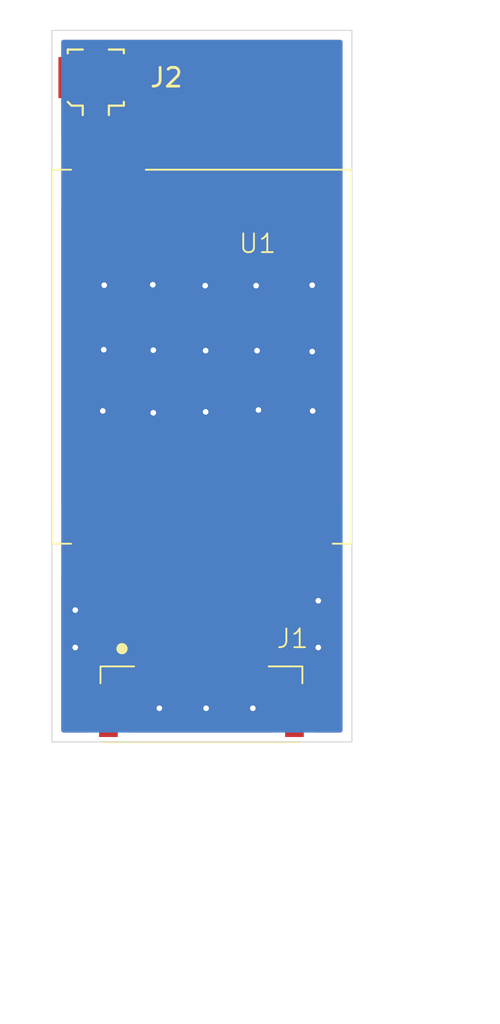
<source format=kicad_pcb>
(kicad_pcb (version 20240108) (generator "pcbnew") (generator_version "8.0")
  (layers (0 "F.Cu" signal) (31 "B.Cu" signal) (34 "B.Paste" user) (35 "F.Paste" user) (36 "B.SilkS" user "B.Silkscreen") (37 "F.SilkS" user "F.Silkscreen") (38 "B.Mask" user) (39 "F.Mask" user) (44 "Edge.Cuts" user))
  (net 0 "")
  (net 1 "GND")
  (net 2 "Net-(J2-In)")
  (net 3 "/DRX")
  (net 4 "/Enable")
  (net 5 "/DTX")
  (net 6 "/Vcc")
  (net 7 "/Config")
  (footprint "Rf Lib:HM-TRP" (layer "F.Cu") (at 0.025 27.45)
    (property "Reference" "U1" (at 10.975 -16.05 0) (layer "F.SilkS") (effects (font (thickness 0.1))))
    (property "Value" "~")
    (fp_line (start 0 -20) (end 1 -20) (stroke (width 0.1)) (layer "F.SilkS"))
    (fp_line (start 0 0) (end 0 -20) (stroke (width 0.1)) (layer "F.SilkS"))
    (fp_line (start 0 0) (end 1 0) (stroke (width 0.1)) (layer "F.SilkS"))
    (fp_line (start 5 -20) (end 16 -20) (stroke (width 0.1)) (layer "F.SilkS"))
    (fp_line (start 16 -20) (end 16 0) (stroke (width 0.1)) (layer "F.SilkS"))
    (fp_line (start 16 0) (end 15 0) (stroke (width 0.1)) (layer "F.SilkS"))
    (pad "1" smd rect (at 2 -0.25 180) (size 1.6 3.5) (layers "F.Cu" "F.Paste" "F.Mask") (net 6 "/Vcc"))
    (pad "2" smd rect (at 4 -0.25 180) (size 1.6 3.5) (layers "F.Cu" "F.Paste" "F.Mask") (net 5 "/DTX"))
    (pad "3" smd rect (at 6 -0.25 180) (size 1.6 3.5) (layers "F.Cu" "F.Paste" "F.Mask") (net 1 "GND"))
    (pad "4" smd rect (at 8 -0.25 180) (size 1.6 3.5) (layers "F.Cu" "F.Paste" "F.Mask") (net 3 "/DRX"))
    (pad "5" smd rect (at 10 -0.25 180) (size 1.6 3.5) (layers "F.Cu" "F.Paste" "F.Mask") (net 7 "/Config"))
    (pad "6" smd rect (at 12 -0.25 180) (size 1.6 3.5) (layers "F.Cu" "F.Paste" "F.Mask") (net 4 "/Enable"))
    (pad "7" smd rect (at 14 -0.25 180) (size 1.6 3.5) (layers "F.Cu" "F.Paste" "F.Mask"))
    (pad "8" smd rect (at 4 -19.75 180) (size 1.6 3.5) (layers "F.Cu" "F.Paste" "F.Mask") (net 1 "GND"))
    (pad "9" smd rect (at 2 -19.75 180) (size 1.6 3.5) (layers "F.Cu" "F.Paste" "F.Mask") (net 2 "Net-(J2-In)"))
  )
  (footprint "Rf Lib:WAFER-GH1.25-6PWB" (layer "F.Cu") (at 8 34.8125)
    (property "Reference" "J1" (at 4.875 -2.2875 0) (layer "F.SilkS") (effects (font (thickness 0.1))))
    (property "Value" "Conn_01x06")
    (fp_line (start -5.4 -0.8) (end -3.6 -0.8) (stroke (width 0.1)) (layer "F.SilkS"))
    (fp_line (start -5.4 0.1) (end -5.4 -0.8) (stroke (width 0.1)) (layer "F.SilkS"))
    (fp_line (start -5.25 3.25) (end 5.25 3.25) (stroke (width 0.1)) (layer "F.SilkS"))
    (fp_line (start 5.4 -0.8) (end 3.6 -0.8) (stroke (width 0.1)) (layer "F.SilkS"))
    (fp_line (start 5.4 0.1) (end 5.4 -0.8) (stroke (width 0.1)) (layer "F.SilkS"))
    (fp_circle (center -4.25 -1.75) (end -4 -1.75) (stroke (width 0.1)) (fill solid) (layer "F.SilkS"))
    (pad "1" smd rect (at -3.125 -1.575 180) (size 0.6 1.7) (layers "F.Cu" "F.Paste" "F.Mask") (net 6 "/Vcc"))
    (pad "2" smd rect (at -1.875 -1.575 180) (size 0.6 1.7) (layers "F.Cu" "F.Paste" "F.Mask") (net 5 "/DTX"))
    (pad "3" smd rect (at -0.625 -1.575 180) (size 0.6 1.7) (layers "F.Cu" "F.Paste" "F.Mask") (net 1 "GND"))
    (pad "4" smd rect (at 0.625 -1.575 180) (size 0.6 1.7) (layers "F.Cu" "F.Paste" "F.Mask") (net 3 "/DRX"))
    (pad "5" smd rect (at 1.875 -1.575 180) (size 0.6 1.7) (layers "F.Cu" "F.Paste" "F.Mask") (net 7 "/Config"))
    (pad "6" smd rect (at 3.125 -1.575 180) (size 0.6 1.7) (layers "F.Cu" "F.Paste" "F.Mask") (net 4 "/Enable"))
    (pad "7" smd rect (at 4.975 1.575 180) (size 1 2.8) (layers "F.Cu" "F.Paste" "F.Mask"))
    (pad "8" smd rect (at -4.975 1.575 180) (size 1 2.8) (layers "F.Cu" "F.Paste" "F.Mask"))
  )
  (footprint "Connector_Coaxial:U.FL_Molex_MCRF_73412-0110_Vertical" (layer "F.Cu") (at 2.35 2.525)
    (property "Reference" "J2" (at 3.775 0 0) (layer "F.SilkS"))
    (property "Value" "Conn_Coaxial")
    (fp_line (start -1.5 -1.5) (end -0.7 -1.5) (stroke (width 0.12)) (layer "F.SilkS"))
    (fp_line (start -1.5 -1.3) (end -1.5 -1.5) (stroke (width 0.12)) (layer "F.SilkS"))
    (fp_line (start -1.3 1.5) (end -1.5 1.3) (stroke (width 0.12)) (layer "F.SilkS"))
    (fp_line (start -0.7 1.5) (end -1.3 1.5) (stroke (width 0.12)) (layer "F.SilkS"))
    (fp_line (start -0.7 1.5) (end -0.7 2) (stroke (width 0.12)) (layer "F.SilkS"))
    (fp_line (start 0.7 -1.5) (end 1.5 -1.5) (stroke (width 0.12)) (layer "F.SilkS"))
    (fp_line (start 0.7 1.5) (end 0.7 2) (stroke (width 0.12)) (layer "F.SilkS"))
    (fp_line (start 1.5 -1.5) (end 1.5 -1.3) (stroke (width 0.12)) (layer "F.SilkS"))
    (fp_line (start 1.5 1.3) (end 1.5 1.5) (stroke (width 0.12)) (layer "F.SilkS"))
    (fp_line (start 1.5 1.5) (end 0.7 1.5) (stroke (width 0.12)) (layer "F.SilkS"))
    (pad "1" smd rect (at 0 1.5) (size 1 1) (layers "F.Cu" "F.Paste" "F.Mask") (net 2 "Net-(J2-In)"))
    (pad "2" smd rect (at -1.475 0) (size 1.05 2.2) (layers "F.Cu" "F.Paste" "F.Mask") (net 1 "GND"))
    (pad "2" smd rect (at 1.475 0) (size 1.05 2.2) (layers "F.Cu" "F.Paste" "F.Mask") (net 1 "GND"))
  )
  (gr_rect (start 0 0) (end 16.05 38.05) (stroke (width 0.05)) (fill none) (layer "Edge.Cuts"))
  (via (at 10.75 36.25) (size 0.6) (drill 0.3) (layers "F.Cu" "B.Cu") (net 1))
  (via (at 14.25 33) (size 0.6) (drill 0.3) (layers "F.Cu" "B.Cu") (net 1))
  (via (at 8.25 36.25) (size 0.6) (drill 0.3) (layers "F.Cu" "B.Cu") (net 1))
  (via (at 13.95 20.35) (size 0.6) (drill 0.3) (layers "F.Cu" "B.Cu") (net 1))
  (via (at 13.925 17.175) (size 0.6) (drill 0.3) (layers "F.Cu" "B.Cu") (net 1))
  (via (at 5.425 17.1) (size 0.6) (drill 0.3) (layers "F.Cu" "B.Cu") (net 1))
  (via (at 2.8 13.625) (size 0.6) (drill 0.3) (layers "F.Cu" "B.Cu") (net 1))
  (via (at 11.05 20.3) (size 0.6) (drill 0.3) (layers "F.Cu" "B.Cu") (net 1))
  (via (at 2.725 20.35) (size 0.6) (drill 0.3) (layers "F.Cu" "B.Cu") (net 1))
  (via (at 10.925 13.65) (size 0.6) (drill 0.3) (layers "F.Cu" "B.Cu") (net 1))
  (via (at 14.25 30.5) (size 0.6) (drill 0.3) (layers "F.Cu" "B.Cu") (net 1))
  (via (at 8.225 20.4) (size 0.6) (drill 0.3) (layers "F.Cu" "B.Cu") (net 1))
  (via (at 10.975 17.125) (size 0.6) (drill 0.3) (layers "F.Cu" "B.Cu") (net 1))
  (via (at 2.775 17.075) (size 0.6) (drill 0.3) (layers "F.Cu" "B.Cu") (net 1))
  (via (at 1.25 31) (size 0.6) (drill 0.3) (layers "F.Cu" "B.Cu") (net 1))
  (via (at 5.75 36.25) (size 0.6) (drill 0.3) (layers "F.Cu" "B.Cu") (net 1))
  (via (at 8.225 17.125) (size 0.6) (drill 0.3) (layers "F.Cu" "B.Cu") (net 1))
  (via (at 5.425 20.45) (size 0.6) (drill 0.3) (layers "F.Cu" "B.Cu") (net 1))
  (via (at 13.925 13.625) (size 0.6) (drill 0.3) (layers "F.Cu" "B.Cu") (net 1))
  (via (at 8.2 13.65) (size 0.6) (drill 0.3) (layers "F.Cu" "B.Cu") (net 1))
  (via (at 5.4 13.6) (size 0.6) (drill 0.3) (layers "F.Cu" "B.Cu") (net 1))
  (via (at 1.25 33) (size 0.6) (drill 0.3) (layers "F.Cu" "B.Cu") (net 1))
  (segment (start 2.35 4.025) (end 2.35 6.915381) (width 1) (layer "F.Cu") (net 2))
  (arc (start 2.35 6.915381) (mid 2.265535 7.340014) (end 2.025 7.7) (width 1) (layer "F.Cu") (net 2))
  (segment (start 8.025 27.2) (end 8.625 27.8) (width 0.33) (layer "F.Cu") (net 3))
  (segment (start 8.625 27.8) (end 8.625 33.2375) (width 0.33) (layer "F.Cu") (net 3))
  (segment (start 12.025 32.3375) (end 11.125 33.2375) (width 0.33) (layer "F.Cu") (net 4))
  (segment (start 12.025 27.2) (end 12.025 32.3375) (width 0.33) (layer "F.Cu") (net 4))
  (segment (start 6.125 32.6875) (end 6.125 33.2375) (width 0.33) (layer "F.Cu") (net 5))
  (segment (start 4.025 27.2) (end 4.025 30.5875) (width 0.33) (layer "F.Cu") (net 5))
  (segment (start 4.025 30.5875) (end 6.125 32.6875) (width 0.33) (layer "F.Cu") (net 5))
  (segment (start 4.875 32.625) (end 4.875 33.2375) (width 0.33) (layer "F.Cu") (net 6))
  (segment (start 2.025 27.2) (end 2.025 29.775) (width 0.33) (layer "F.Cu") (net 6))
  (segment (start 2.025 29.775) (end 4.875 32.625) (width 0.33) (layer "F.Cu") (net 6))
  (segment (start 10.025 27.2) (end 10.025 33.0875) (width 0.33) (layer "F.Cu") (net 7))
  (segment (start 10.025 33.0875) (end 9.875 33.2375) (width 0.33) (layer "F.Cu") (net 7))
  (zone (net 1) (net_name "GND") (layer "F.Cu") (priority 1) (connect_pads (clearance 0.5)) (min_thickness 0.25) (fill yes (thermal_gap 0.5) (thermal_bridge_width 0.5))
    (polygon (pts (xy 0 0) (xy 16 0) (xy 16 38) (xy 0 38)))
  )
  (zone (net 1) (net_name "GND") (layer "B.Cu") (connect_pads (clearance 0.5)) (min_thickness 0.25) (fill yes (thermal_gap 0.5) (thermal_bridge_width 0.5))
    (polygon (pts (xy 0 0) (xy 16.075 0) (xy 16.05 38.05) (xy 0 38.025)))
  )
)
</source>
